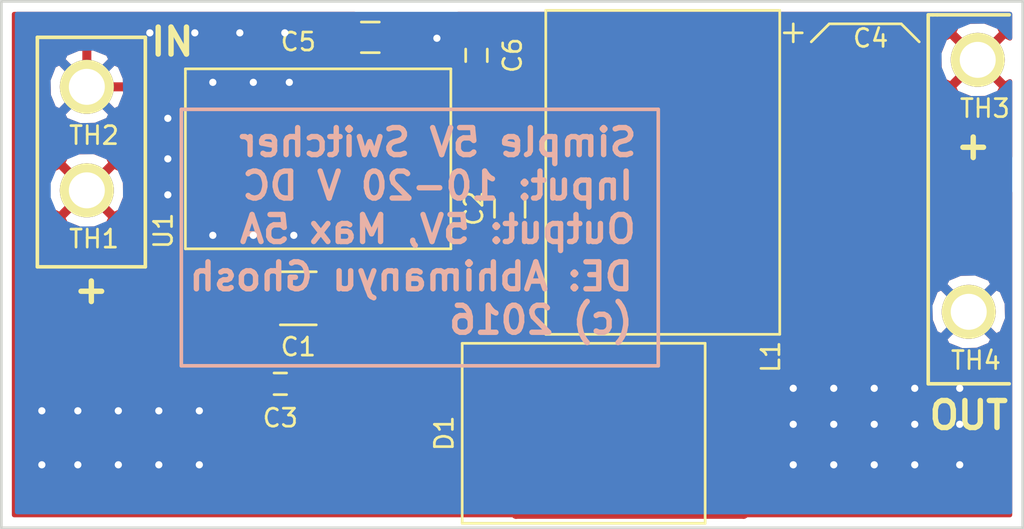
<source format=kicad_pcb>
(kicad_pcb (version 4) (host pcbnew 4.0.2-stable)

  (general
    (links 22)
    (no_connects 0)
    (area 89.924999 87.174999 146.825001 116.575001)
    (thickness 1.6)
    (drawings 25)
    (tracks 105)
    (zones 0)
    (modules 13)
    (nets 8)
  )

  (page A4)
  (layers
    (0 F.Cu signal)
    (31 B.Cu signal)
    (32 B.Adhes user)
    (33 F.Adhes user)
    (34 B.Paste user)
    (35 F.Paste user)
    (36 B.SilkS user)
    (37 F.SilkS user)
    (38 B.Mask user)
    (39 F.Mask user)
    (40 Dwgs.User user)
    (41 Cmts.User user)
    (42 Eco1.User user)
    (43 Eco2.User user)
    (44 Edge.Cuts user)
    (45 Margin user)
    (46 B.CrtYd user)
    (47 F.CrtYd user)
    (48 B.Fab user)
    (49 F.Fab user hide)
  )

  (setup
    (last_trace_width 0.5)
    (trace_clearance 0.16)
    (zone_clearance 0.508)
    (zone_45_only no)
    (trace_min 0.2)
    (segment_width 0.2)
    (edge_width 0.15)
    (via_size 0.6)
    (via_drill 0.4)
    (via_min_size 0.4)
    (via_min_drill 0.3)
    (uvia_size 0.3)
    (uvia_drill 0.1)
    (uvias_allowed no)
    (uvia_min_size 0.2)
    (uvia_min_drill 0.1)
    (pcb_text_width 0.3)
    (pcb_text_size 1.5 1.5)
    (mod_edge_width 0.15)
    (mod_text_size 1 1)
    (mod_text_width 0.15)
    (pad_size 1.524 1.524)
    (pad_drill 0.762)
    (pad_to_mask_clearance 0.2)
    (aux_axis_origin 0 0)
    (visible_elements FFFFFF7F)
    (pcbplotparams
      (layerselection 0x010f0_80000001)
      (usegerberextensions false)
      (excludeedgelayer true)
      (linewidth 0.100000)
      (plotframeref false)
      (viasonmask false)
      (mode 1)
      (useauxorigin false)
      (hpglpennumber 1)
      (hpglpenspeed 20)
      (hpglpendiameter 15)
      (hpglpenoverlay 2)
      (psnegative false)
      (psa4output false)
      (plotreference true)
      (plotvalue true)
      (plotinvisibletext false)
      (padsonsilk false)
      (subtractmaskfromsilk false)
      (outputformat 1)
      (mirror false)
      (drillshape 0)
      (scaleselection 1)
      (outputdirectory Outputs/Gerbers/))
  )

  (net 0 "")
  (net 1 /VIN)
  (net 2 Earth)
  (net 3 "Net-(C2-Pad1)")
  (net 4 /SW_OUT)
  (net 5 /5V_OUT)
  (net 6 "Net-(C5-Pad1)")
  (net 7 "Net-(U1-Pad5)")

  (net_class Default "This is the default net class."
    (clearance 0.16)
    (trace_width 0.5)
    (via_dia 0.6)
    (via_drill 0.4)
    (uvia_dia 0.3)
    (uvia_drill 0.1)
    (add_net Earth)
    (add_net "Net-(C2-Pad1)")
    (add_net "Net-(C5-Pad1)")
    (add_net "Net-(U1-Pad5)")
  )

  (net_class PWR_NET ""
    (clearance 0.16)
    (trace_width 0.7)
    (via_dia 0.6)
    (via_drill 0.4)
    (uvia_dia 0.3)
    (uvia_drill 0.1)
    (add_net /5V_OUT)
    (add_net /SW_OUT)
    (add_net /VIN)
  )

  (module PowerPackages:TI_TO-263 (layer F.Cu) (tedit 5705B0BB) (tstamp 5705DF0D)
    (at 113.225 96 90)
    (path /5705BDDD)
    (solder_mask_margin 0.06)
    (fp_text reference U1 (at -4 -14.225 90) (layer F.SilkS)
      (effects (font (size 1 1) (thickness 0.15)))
    )
    (fp_text value LM22679 (at -1.5 -14.25 90) (layer F.Fab)
      (effects (font (size 1 1) (thickness 0.15)))
    )
    (fp_line (start 5 1.75) (end -5 1.75) (layer F.SilkS) (width 0.15))
    (fp_line (start 5 -13) (end 5 1.75) (layer F.SilkS) (width 0.15))
    (fp_line (start 4.75 -13) (end 5 -13) (layer F.SilkS) (width 0.15))
    (fp_line (start -5 -13) (end 4.75 -13) (layer F.SilkS) (width 0.15))
    (fp_line (start -5 1.75) (end -5 -13) (layer F.SilkS) (width 0.15))
    (pad 1 smd rect (at -3.81 0 90) (size 0.91 2.41) (layers F.Cu F.Paste F.Mask)
      (net 4 /SW_OUT))
    (pad 2 smd rect (at -2.54 0 90) (size 0.91 2.41) (layers F.Cu F.Paste F.Mask)
      (net 1 /VIN))
    (pad 3 smd rect (at -1.27 0 90) (size 0.91 2.41) (layers F.Cu F.Paste F.Mask)
      (net 3 "Net-(C2-Pad1)"))
    (pad 4 smd rect (at 0 0 90) (size 0.91 2.41) (layers F.Cu F.Paste F.Mask)
      (net 2 Earth))
    (pad 5 smd rect (at 1.27 0 90) (size 0.91 2.41) (layers F.Cu F.Paste F.Mask)
      (net 7 "Net-(U1-Pad5)"))
    (pad 6 smd rect (at 2.54 0 90) (size 0.91 2.41) (layers F.Cu F.Paste F.Mask)
      (net 5 /5V_OUT))
    (pad 7 smd rect (at 3.81 0 90) (size 0.91 2.41) (layers F.Cu F.Paste F.Mask)
      (net 6 "Net-(C5-Pad1)"))
    (pad 8 smd rect (at 0 -9.225 90) (size 5.59 6.35) (layers F.Cu F.Paste F.Mask)
      (net 2 Earth))
  )

  (module Capacitors_SMD:C_1210_HandSoldering (layer F.Cu) (tedit 541A9C39) (tstamp 5705DEC9)
    (at 106.5 103.75 180)
    (descr "Capacitor SMD 1210, hand soldering")
    (tags "capacitor 1210")
    (path /57058D83)
    (attr smd)
    (fp_text reference C1 (at 0 -2.7 180) (layer F.SilkS)
      (effects (font (size 1 1) (thickness 0.15)))
    )
    (fp_text value "10 uF" (at 0 2.7 180) (layer F.Fab)
      (effects (font (size 1 1) (thickness 0.15)))
    )
    (fp_line (start -3.3 -1.6) (end 3.3 -1.6) (layer F.CrtYd) (width 0.05))
    (fp_line (start -3.3 1.6) (end 3.3 1.6) (layer F.CrtYd) (width 0.05))
    (fp_line (start -3.3 -1.6) (end -3.3 1.6) (layer F.CrtYd) (width 0.05))
    (fp_line (start 3.3 -1.6) (end 3.3 1.6) (layer F.CrtYd) (width 0.05))
    (fp_line (start 1 -1.475) (end -1 -1.475) (layer F.SilkS) (width 0.15))
    (fp_line (start -1 1.475) (end 1 1.475) (layer F.SilkS) (width 0.15))
    (pad 1 smd rect (at -2 0 180) (size 2 2.5) (layers F.Cu F.Paste F.Mask)
      (net 1 /VIN))
    (pad 2 smd rect (at 2 0 180) (size 2 2.5) (layers F.Cu F.Paste F.Mask)
      (net 2 Earth))
    (model Capacitors_SMD.3dshapes/C_1210_HandSoldering.wrl
      (at (xyz 0 0 0))
      (scale (xyz 1 1 1))
      (rotate (xyz 0 0 0))
    )
  )

  (module Capacitors_SMD:C_0805_HandSoldering (layer F.Cu) (tedit 541A9B8D) (tstamp 5705DECF)
    (at 118.25 98.75 270)
    (descr "Capacitor SMD 0805, hand soldering")
    (tags "capacitor 0805")
    (path /57058D60)
    (attr smd)
    (fp_text reference C2 (at 0 2 270) (layer F.SilkS)
      (effects (font (size 1 1) (thickness 0.15)))
    )
    (fp_text value "10 nF" (at 0 2.1 270) (layer F.Fab)
      (effects (font (size 1 1) (thickness 0.15)))
    )
    (fp_line (start -2.3 -1) (end 2.3 -1) (layer F.CrtYd) (width 0.05))
    (fp_line (start -2.3 1) (end 2.3 1) (layer F.CrtYd) (width 0.05))
    (fp_line (start -2.3 -1) (end -2.3 1) (layer F.CrtYd) (width 0.05))
    (fp_line (start 2.3 -1) (end 2.3 1) (layer F.CrtYd) (width 0.05))
    (fp_line (start 0.5 -0.85) (end -0.5 -0.85) (layer F.SilkS) (width 0.15))
    (fp_line (start -0.5 0.85) (end 0.5 0.85) (layer F.SilkS) (width 0.15))
    (pad 1 smd rect (at -1.25 0 270) (size 1.5 1.25) (layers F.Cu F.Paste F.Mask)
      (net 3 "Net-(C2-Pad1)"))
    (pad 2 smd rect (at 1.25 0 270) (size 1.5 1.25) (layers F.Cu F.Paste F.Mask)
      (net 4 /SW_OUT))
    (model Capacitors_SMD.3dshapes/C_0805_HandSoldering.wrl
      (at (xyz 0 0 0))
      (scale (xyz 1 1 1))
      (rotate (xyz 0 0 0))
    )
  )

  (module Capacitors_SMD:C_0603_HandSoldering (layer F.Cu) (tedit 541A9B4D) (tstamp 5705DED5)
    (at 105.5 108.5 180)
    (descr "Capacitor SMD 0603, hand soldering")
    (tags "capacitor 0603")
    (path /57058DA0)
    (attr smd)
    (fp_text reference C3 (at 0 -1.9 180) (layer F.SilkS)
      (effects (font (size 1 1) (thickness 0.15)))
    )
    (fp_text value "1 uF" (at 0 1.9 180) (layer F.Fab)
      (effects (font (size 1 1) (thickness 0.15)))
    )
    (fp_line (start -1.85 -0.75) (end 1.85 -0.75) (layer F.CrtYd) (width 0.05))
    (fp_line (start -1.85 0.75) (end 1.85 0.75) (layer F.CrtYd) (width 0.05))
    (fp_line (start -1.85 -0.75) (end -1.85 0.75) (layer F.CrtYd) (width 0.05))
    (fp_line (start 1.85 -0.75) (end 1.85 0.75) (layer F.CrtYd) (width 0.05))
    (fp_line (start -0.35 -0.6) (end 0.35 -0.6) (layer F.SilkS) (width 0.15))
    (fp_line (start 0.35 0.6) (end -0.35 0.6) (layer F.SilkS) (width 0.15))
    (pad 1 smd rect (at -0.95 0 180) (size 1.2 0.75) (layers F.Cu F.Paste F.Mask)
      (net 1 /VIN))
    (pad 2 smd rect (at 0.95 0 180) (size 1.2 0.75) (layers F.Cu F.Paste F.Mask)
      (net 2 Earth))
    (model Capacitors_SMD.3dshapes/C_0603_HandSoldering.wrl
      (at (xyz 0 0 0))
      (scale (xyz 1 1 1))
      (rotate (xyz 0 0 0))
    )
  )

  (module Capacitors_SMD:C_0805_HandSoldering (layer F.Cu) (tedit 541A9B8D) (tstamp 5705DEE1)
    (at 110.5 89.25 180)
    (descr "Capacitor SMD 0805, hand soldering")
    (tags "capacitor 0805")
    (path /57058D01)
    (attr smd)
    (fp_text reference C5 (at 4 -0.25 180) (layer F.SilkS)
      (effects (font (size 1 1) (thickness 0.15)))
    )
    (fp_text value "0.27 uF" (at 0 2.1 180) (layer F.Fab)
      (effects (font (size 1 1) (thickness 0.15)))
    )
    (fp_line (start -2.3 -1) (end 2.3 -1) (layer F.CrtYd) (width 0.05))
    (fp_line (start -2.3 1) (end 2.3 1) (layer F.CrtYd) (width 0.05))
    (fp_line (start -2.3 -1) (end -2.3 1) (layer F.CrtYd) (width 0.05))
    (fp_line (start 2.3 -1) (end 2.3 1) (layer F.CrtYd) (width 0.05))
    (fp_line (start 0.5 -0.85) (end -0.5 -0.85) (layer F.SilkS) (width 0.15))
    (fp_line (start -0.5 0.85) (end 0.5 0.85) (layer F.SilkS) (width 0.15))
    (pad 1 smd rect (at -1.25 0 180) (size 1.5 1.25) (layers F.Cu F.Paste F.Mask)
      (net 6 "Net-(C5-Pad1)"))
    (pad 2 smd rect (at 1.25 0 180) (size 1.5 1.25) (layers F.Cu F.Paste F.Mask)
      (net 2 Earth))
    (model Capacitors_SMD.3dshapes/C_0805_HandSoldering.wrl
      (at (xyz 0 0 0))
      (scale (xyz 1 1 1))
      (rotate (xyz 0 0 0))
    )
  )

  (module PowerPackages:DPAK_TO252AA_CUSTOM (layer F.Cu) (tedit 5705DE83) (tstamp 5705DEEC)
    (at 117.605 111.25 270)
    (path /5705A072)
    (fp_text reference D1 (at 0 3 270) (layer F.SilkS)
      (effects (font (size 1 1) (thickness 0.15)))
    )
    (fp_text value ZENER (at 0 -13 270) (layer F.Fab)
      (effects (font (size 1 1) (thickness 0.15)))
    )
    (fp_line (start 5 2) (end -5 2) (layer F.SilkS) (width 0.15))
    (fp_line (start 5 -11.5) (end 5 2) (layer F.SilkS) (width 0.15))
    (fp_line (start -5 -11.5) (end 5 -11.5) (layer F.SilkS) (width 0.15))
    (fp_line (start -5 2) (end -5 -11.5) (layer F.SilkS) (width 0.15))
    (pad 2 smd rect (at -2.25 0 270) (size 1.524 2.28) (layers F.Cu F.Paste F.Mask)
      (net 2 Earth))
    (pad 2 smd rect (at 2.25 0 270) (size 1.524 2.28) (layers F.Cu F.Paste F.Mask)
      (net 2 Earth))
    (pad 1 smd rect (at 0 -7.145 270) (size 6.75 6.23) (layers F.Cu F.Paste F.Mask)
      (net 4 /SW_OUT))
  )

  (module PowerPackages:SRR1208 (layer F.Cu) (tedit 5705D5BF) (tstamp 5705DEF2)
    (at 126.75 96.75 90)
    (path /57059DF9)
    (fp_text reference L1 (at -10.25 6 90) (layer F.SilkS)
      (effects (font (size 1 1) (thickness 0.15)))
    )
    (fp_text value "6.5 uH, 18 mOhm" (at -0.5 -7.5 90) (layer F.Fab)
      (effects (font (size 1 1) (thickness 0.15)))
    )
    (fp_line (start 9 6.5) (end -9 6.5) (layer F.SilkS) (width 0.15))
    (fp_line (start 9 -6.5) (end 9 6.5) (layer F.SilkS) (width 0.15))
    (fp_line (start -9 -6.5) (end 9 -6.5) (layer F.SilkS) (width 0.15))
    (fp_line (start -9 6.5) (end -9 -6.5) (layer F.SilkS) (width 0.15))
    (pad 1 smd rect (at -5 0 90) (size 4 7) (layers F.Cu F.Paste F.Mask)
      (net 4 /SW_OUT))
    (pad 2 smd rect (at 5 0 90) (size 4 7) (layers F.Cu F.Paste F.Mask)
      (net 5 /5V_OUT))
  )

  (module mechanical:PTH (layer F.Cu) (tedit 56EE421B) (tstamp 5705DEF7)
    (at 94.75 97.75)
    (path /5705C007)
    (fp_text reference TH1 (at 0.4 2.7) (layer F.SilkS)
      (effects (font (size 1 1) (thickness 0.15)))
    )
    (fp_text value PTH (at 0 -2.5) (layer F.Fab)
      (effects (font (size 1 1) (thickness 0.15)))
    )
    (pad 1 thru_hole circle (at 0 0) (size 3 3) (drill 2) (layers *.Cu *.Mask F.SilkS)
      (net 1 /VIN))
  )

  (module mechanical:PTH (layer F.Cu) (tedit 56EE421B) (tstamp 5705DEFC)
    (at 94.75 92)
    (path /5705C0CE)
    (fp_text reference TH2 (at 0.4 2.7) (layer F.SilkS)
      (effects (font (size 1 1) (thickness 0.15)))
    )
    (fp_text value PTH (at 0 -2.5) (layer F.Fab)
      (effects (font (size 1 1) (thickness 0.15)))
    )
    (pad 1 thru_hole circle (at 0 0) (size 3 3) (drill 2) (layers *.Cu *.Mask F.SilkS)
      (net 2 Earth))
  )

  (module mechanical:PTH (layer F.Cu) (tedit 56EE421B) (tstamp 5705DF01)
    (at 144.25 90.5)
    (path /5705C119)
    (fp_text reference TH3 (at 0.4 2.7) (layer F.SilkS)
      (effects (font (size 1 1) (thickness 0.15)))
    )
    (fp_text value PTH (at 0 -2.5) (layer F.Fab)
      (effects (font (size 1 1) (thickness 0.15)))
    )
    (pad 1 thru_hole circle (at 0 0) (size 3 3) (drill 2) (layers *.Cu *.Mask F.SilkS)
      (net 5 /5V_OUT))
  )

  (module mechanical:PTH (layer F.Cu) (tedit 56EE421B) (tstamp 5719E513)
    (at 143.75 104.5)
    (path /5719E502)
    (fp_text reference TH4 (at 0.4 2.7) (layer F.SilkS)
      (effects (font (size 1 1) (thickness 0.15)))
    )
    (fp_text value PTH (at 0 -2.5) (layer F.Fab)
      (effects (font (size 1 1) (thickness 0.15)))
    )
    (pad 1 thru_hole circle (at 0 0) (size 3 3) (drill 2) (layers *.Cu *.Mask F.SilkS)
      (net 2 Earth))
  )

  (module capacitors:Radial_SMD_8mm (layer F.Cu) (tedit 56EE6160) (tstamp 5705DEDB)
    (at 138 96.5 180)
    (path /57058DD5)
    (fp_text reference C4 (at -0.3 7.2 180) (layer F.SilkS)
      (effects (font (size 1 1) (thickness 0.15)))
    )
    (fp_text value "120 uF" (at -1 -7 180) (layer F.Fab)
      (effects (font (size 1 1) (thickness 0.15)))
    )
    (fp_line (start 3.5 7.5) (end 4.5 7.5) (layer F.SilkS) (width 0.15))
    (fp_line (start 4 7) (end 4 8) (layer F.SilkS) (width 0.15))
    (fp_line (start 2 8) (end 3 7) (layer F.SilkS) (width 0.15))
    (fp_line (start -2 8) (end -3 7) (layer F.SilkS) (width 0.15))
    (fp_line (start -2 8) (end 2 8) (layer F.SilkS) (width 0.15))
    (pad 1 smd rect (at 0 3.475 180) (size 1.9 4.15) (layers F.Cu F.Paste F.Mask)
      (net 5 /5V_OUT))
    (pad 2 smd rect (at 0 -3.475 180) (size 1.9 4.15) (layers F.Cu F.Paste F.Mask)
      (net 2 Earth))
  )

  (module Capacitors_SMD:C_0603_HandSoldering (layer F.Cu) (tedit 541A9B4D) (tstamp 572818BB)
    (at 116.4 90.25 90)
    (descr "Capacitor SMD 0603, hand soldering")
    (tags "capacitor 0603")
    (path /5728197B)
    (attr smd)
    (fp_text reference C6 (at 0 2 90) (layer F.SilkS)
      (effects (font (size 1 1) (thickness 0.15)))
    )
    (fp_text value "1 uF" (at 0 1.9 90) (layer F.Fab)
      (effects (font (size 1 1) (thickness 0.15)))
    )
    (fp_line (start -1.85 -0.75) (end 1.85 -0.75) (layer F.CrtYd) (width 0.05))
    (fp_line (start -1.85 0.75) (end 1.85 0.75) (layer F.CrtYd) (width 0.05))
    (fp_line (start -1.85 -0.75) (end -1.85 0.75) (layer F.CrtYd) (width 0.05))
    (fp_line (start 1.85 -0.75) (end 1.85 0.75) (layer F.CrtYd) (width 0.05))
    (fp_line (start -0.35 -0.6) (end 0.35 -0.6) (layer F.SilkS) (width 0.15))
    (fp_line (start 0.35 0.6) (end -0.35 0.6) (layer F.SilkS) (width 0.15))
    (pad 1 smd rect (at -0.95 0 90) (size 1.2 0.75) (layers F.Cu F.Paste F.Mask)
      (net 5 /5V_OUT))
    (pad 2 smd rect (at 0.95 0 90) (size 1.2 0.75) (layers F.Cu F.Paste F.Mask)
      (net 2 Earth))
    (model Capacitors_SMD.3dshapes/C_0603_HandSoldering.wrl
      (at (xyz 0 0 0))
      (scale (xyz 1 1 1))
      (rotate (xyz 0 0 0))
    )
  )

  (gr_text OUT (at 143.75 110.25) (layer F.SilkS)
    (effects (font (size 1.5 1.5) (thickness 0.3)))
  )
  (gr_text + (at 144 95.25) (layer F.SilkS)
    (effects (font (size 1.5 1.5) (thickness 0.3)))
  )
  (gr_line (start 141.5 108.5) (end 146 108.5) (layer F.SilkS) (width 0.2))
  (gr_line (start 141.5 88) (end 141.5 108.5) (layer F.SilkS) (width 0.2))
  (gr_line (start 141.75 88) (end 141.5 88) (layer F.SilkS) (width 0.2))
  (gr_line (start 142 88) (end 141.75 88) (layer F.SilkS) (width 0.2))
  (gr_line (start 146 88) (end 142 88) (layer F.SilkS) (width 0.2))
  (gr_text IN (at 99.5 89.5) (layer F.SilkS)
    (effects (font (size 1.5 1.5) (thickness 0.3)))
  )
  (gr_text + (at 95 103.25) (layer F.SilkS)
    (effects (font (size 1.5 1.5) (thickness 0.3)))
  )
  (gr_line (start 92 102) (end 92 89.25) (layer F.SilkS) (width 0.2))
  (gr_line (start 98 102) (end 92 102) (layer F.SilkS) (width 0.2))
  (gr_line (start 98 89.25) (end 98 102) (layer F.SilkS) (width 0.2))
  (gr_line (start 92 89.25) (end 98 89.25) (layer F.SilkS) (width 0.2))
  (gr_line (start 100 93.25) (end 100.25 93.25) (layer B.SilkS) (width 0.2))
  (gr_line (start 100 107.5) (end 100 93.25) (layer B.SilkS) (width 0.2))
  (gr_line (start 126.5 107.5) (end 100 107.5) (layer B.SilkS) (width 0.2))
  (gr_line (start 126.5 93.25) (end 126.5 107.5) (layer B.SilkS) (width 0.2))
  (gr_line (start 100.25 93.25) (end 126.5 93.25) (layer B.SilkS) (width 0.2))
  (gr_text "DE: Abhimanyu Ghosh\n(c) 2016" (at 125.25 103.75) (layer B.SilkS)
    (effects (font (size 1.5 1.5) (thickness 0.3)) (justify left mirror))
  )
  (gr_text "Simple 5V Switcher\nInput: 10-20 V DC\nOutput: 5V, Max 5A\n" (at 114.25 97.5) (layer B.SilkS)
    (effects (font (size 1.5 1.5) (thickness 0.3)) (justify mirror))
  )
  (gr_circle (center 116.75 85) (end 117.25 82) (layer F.Fab) (width 0.2))
  (gr_line (start 146.75 116.5) (end 146.75 87.25) (layer Edge.Cuts) (width 0.15))
  (gr_line (start 90 116.5) (end 146.75 116.5) (layer Edge.Cuts) (width 0.15))
  (gr_line (start 90 87.25) (end 146.75 87.25) (layer Edge.Cuts) (width 0.15))
  (gr_line (start 90 116.5) (end 90 87.25) (layer Edge.Cuts) (width 0.15))

  (via (at 114.2 89.3) (size 0.6) (drill 0.4) (layers F.Cu B.Cu) (net 2))
  (segment (start 116.4 89.3) (end 114.2 89.3) (width 0.5) (layer F.Cu) (net 2))
  (via (at 105.75 89) (size 0.6) (drill 0.4) (layers F.Cu B.Cu) (net 2))
  (segment (start 103.25 89) (end 105.75 89) (width 0.5) (layer B.Cu) (net 2))
  (segment (start 102.950001 88.700001) (end 103.25 89) (width 0.5) (layer F.Cu) (net 2))
  (via (at 103.25 89) (size 0.6) (drill 0.4) (layers F.Cu B.Cu) (net 2))
  (segment (start 100.75 89) (end 101.049999 88.700001) (width 0.5) (layer F.Cu) (net 2))
  (segment (start 101.049999 88.700001) (end 102.950001 88.700001) (width 0.5) (layer F.Cu) (net 2))
  (segment (start 100.450001 88.700001) (end 100.75 89) (width 0.5) (layer F.Cu) (net 2))
  (via (at 100.75 89) (size 0.6) (drill 0.4) (layers F.Cu B.Cu) (net 2))
  (segment (start 98.25 89) (end 98.549999 88.700001) (width 0.5) (layer F.Cu) (net 2))
  (segment (start 98.549999 88.700001) (end 100.450001 88.700001) (width 0.5) (layer F.Cu) (net 2))
  (segment (start 98.25 90.62132) (end 98.25 89) (width 0.5) (layer F.Cu) (net 2))
  (via (at 98.25 89) (size 0.6) (drill 0.4) (layers F.Cu B.Cu) (net 2))
  (segment (start 94.75 92) (end 96.87132 92) (width 0.5) (layer F.Cu) (net 2))
  (segment (start 96.87132 92) (end 98.25 90.62132) (width 0.5) (layer F.Cu) (net 2))
  (via (at 99.25 93.75) (size 0.6) (drill 0.4) (layers F.Cu B.Cu) (net 2))
  (segment (start 99.25 96) (end 99.25 93.75) (width 0.5) (layer F.Cu) (net 2))
  (segment (start 98.950001 97.700001) (end 99.25 98) (width 0.5) (layer F.Cu) (net 2))
  (via (at 99.25 98) (size 0.6) (drill 0.4) (layers F.Cu B.Cu) (net 2))
  (segment (start 99.25 96) (end 98.950001 96.299999) (width 0.5) (layer F.Cu) (net 2))
  (segment (start 98.950001 96.299999) (end 98.950001 97.700001) (width 0.5) (layer F.Cu) (net 2))
  (via (at 99.25 96) (size 0.6) (drill 0.4) (layers F.Cu B.Cu) (net 2))
  (segment (start 104 96) (end 99.25 96) (width 0.5) (layer F.Cu) (net 2))
  (via (at 106.25 100.25) (size 0.6) (drill 0.4) (layers F.Cu B.Cu) (net 2))
  (segment (start 104 100.25) (end 106.25 100.25) (width 0.5) (layer F.Cu) (net 2))
  (segment (start 103.575736 100.25) (end 101.75 100.25) (width 0.5) (layer F.Cu) (net 2))
  (via (at 101.75 100.25) (size 0.6) (drill 0.4) (layers F.Cu B.Cu) (net 2))
  (segment (start 104 100.25) (end 103.575736 100.25) (width 0.5) (layer F.Cu) (net 2))
  (via (at 104 100.25) (size 0.6) (drill 0.4) (layers F.Cu B.Cu) (net 2))
  (segment (start 104 96) (end 104 100.25) (width 0.5) (layer F.Cu) (net 2))
  (via (at 106 91.75) (size 0.6) (drill 0.4) (layers F.Cu B.Cu) (net 2))
  (segment (start 104 91.75) (end 106 91.75) (width 0.5) (layer F.Cu) (net 2))
  (segment (start 103.575736 91.75) (end 101.75 91.75) (width 0.5) (layer F.Cu) (net 2))
  (via (at 101.75 91.75) (size 0.6) (drill 0.4) (layers F.Cu B.Cu) (net 2))
  (segment (start 104 91.75) (end 103.575736 91.75) (width 0.5) (layer F.Cu) (net 2))
  (segment (start 104 92.705) (end 104 91.75) (width 0.5) (layer F.Cu) (net 2))
  (via (at 104 91.75) (size 0.6) (drill 0.4) (layers F.Cu B.Cu) (net 2))
  (segment (start 104 96) (end 104 92.705) (width 0.5) (layer F.Cu) (net 2))
  (segment (start 140.75 108.75) (end 143.25 108.75) (width 0.5) (layer F.Cu) (net 2))
  (via (at 143.25 108.75) (size 0.6) (drill 0.4) (layers F.Cu B.Cu) (net 2))
  (segment (start 138.5 108.75) (end 140.75 108.75) (width 0.5) (layer B.Cu) (net 2))
  (via (at 140.75 108.75) (size 0.6) (drill 0.4) (layers F.Cu B.Cu) (net 2))
  (segment (start 136.25 108.75) (end 138.5 108.75) (width 0.5) (layer F.Cu) (net 2))
  (via (at 138.5 108.75) (size 0.6) (drill 0.4) (layers F.Cu B.Cu) (net 2))
  (segment (start 134 108.75) (end 136.25 108.75) (width 0.5) (layer B.Cu) (net 2))
  (via (at 136.25 108.75) (size 0.6) (drill 0.4) (layers F.Cu B.Cu) (net 2))
  (segment (start 134 110.75) (end 134 108.75) (width 0.5) (layer F.Cu) (net 2))
  (via (at 134 108.75) (size 0.6) (drill 0.4) (layers F.Cu B.Cu) (net 2))
  (segment (start 136.25 110.75) (end 134 110.75) (width 0.5) (layer B.Cu) (net 2))
  (via (at 134 110.75) (size 0.6) (drill 0.4) (layers F.Cu B.Cu) (net 2))
  (segment (start 138.5 110.75) (end 136.25 110.75) (width 0.5) (layer F.Cu) (net 2))
  (via (at 136.25 110.75) (size 0.6) (drill 0.4) (layers F.Cu B.Cu) (net 2))
  (segment (start 140.75 110.75) (end 138.5 110.75) (width 0.5) (layer B.Cu) (net 2))
  (via (at 138.5 110.75) (size 0.6) (drill 0.4) (layers F.Cu B.Cu) (net 2))
  (segment (start 143.25 110.75) (end 140.75 110.75) (width 0.5) (layer F.Cu) (net 2))
  (via (at 140.75 110.75) (size 0.6) (drill 0.4) (layers F.Cu B.Cu) (net 2))
  (segment (start 143.25 113) (end 143.25 110.75) (width 0.5) (layer B.Cu) (net 2))
  (via (at 143.25 110.75) (size 0.6) (drill 0.4) (layers F.Cu B.Cu) (net 2))
  (segment (start 140.75 113) (end 143.25 113) (width 0.5) (layer F.Cu) (net 2))
  (via (at 143.25 113) (size 0.6) (drill 0.4) (layers F.Cu B.Cu) (net 2))
  (segment (start 138.5 113) (end 140.75 113) (width 0.5) (layer B.Cu) (net 2))
  (via (at 140.75 113) (size 0.6) (drill 0.4) (layers F.Cu B.Cu) (net 2))
  (segment (start 136.25 113) (end 138.5 113) (width 0.5) (layer F.Cu) (net 2))
  (via (at 138.5 113) (size 0.6) (drill 0.4) (layers F.Cu B.Cu) (net 2))
  (segment (start 134 113) (end 136.25 113) (width 0.5) (layer B.Cu) (net 2))
  (via (at 136.25 113) (size 0.6) (drill 0.4) (layers F.Cu B.Cu) (net 2))
  (segment (start 131.25 115.75) (end 134 113) (width 0.5) (layer F.Cu) (net 2))
  (via (at 134 113) (size 0.6) (drill 0.4) (layers F.Cu B.Cu) (net 2))
  (segment (start 118.593 115.75) (end 131.25 115.75) (width 0.5) (layer F.Cu) (net 2))
  (segment (start 117.605 113.5) (end 117.605 114.762) (width 0.5) (layer F.Cu) (net 2))
  (segment (start 117.605 114.762) (end 118.593 115.75) (width 0.5) (layer F.Cu) (net 2))
  (segment (start 94.25 113) (end 92.25 113) (width 0.5) (layer B.Cu) (net 2))
  (via (at 92.25 113) (size 0.6) (drill 0.4) (layers F.Cu B.Cu) (net 2))
  (segment (start 96.5 113) (end 94.25 113) (width 0.5) (layer F.Cu) (net 2))
  (via (at 94.25 113) (size 0.6) (drill 0.4) (layers F.Cu B.Cu) (net 2))
  (segment (start 98.75 113) (end 96.5 113) (width 0.5) (layer B.Cu) (net 2))
  (via (at 96.5 113) (size 0.6) (drill 0.4) (layers F.Cu B.Cu) (net 2))
  (segment (start 101 113) (end 98.75 113) (width 0.5) (layer F.Cu) (net 2))
  (via (at 98.75 113) (size 0.6) (drill 0.4) (layers F.Cu B.Cu) (net 2))
  (segment (start 101 110) (end 101 113) (width 0.5) (layer B.Cu) (net 2))
  (via (at 101 113) (size 0.6) (drill 0.4) (layers F.Cu B.Cu) (net 2))
  (segment (start 98.75 110) (end 101 110) (width 0.5) (layer F.Cu) (net 2))
  (via (at 101 110) (size 0.6) (drill 0.4) (layers F.Cu B.Cu) (net 2))
  (segment (start 96.5 110) (end 98.75 110) (width 0.5) (layer B.Cu) (net 2))
  (via (at 98.75 110) (size 0.6) (drill 0.4) (layers F.Cu B.Cu) (net 2))
  (segment (start 94.25 110) (end 96.5 110) (width 0.5) (layer F.Cu) (net 2))
  (via (at 96.5 110) (size 0.6) (drill 0.4) (layers F.Cu B.Cu) (net 2))
  (segment (start 92.25 110) (end 94.25 110) (width 0.5) (layer B.Cu) (net 2))
  (via (at 94.25 110) (size 0.6) (drill 0.4) (layers F.Cu B.Cu) (net 2))
  (segment (start 93.75 108.5) (end 92.25 110) (width 0.5) (layer F.Cu) (net 2))
  (via (at 92.25 110) (size 0.6) (drill 0.4) (layers F.Cu B.Cu) (net 2))
  (segment (start 104.55 108.5) (end 93.75 108.5) (width 0.5) (layer F.Cu) (net 2))
  (segment (start 95.25 89) (end 96.75 89) (width 0.5) (layer F.Cu) (net 2))
  (segment (start 94.75 89.5) (end 95.25 89) (width 0.5) (layer F.Cu) (net 2))
  (segment (start 94.75 89.87868) (end 94.75 89.5) (width 0.5) (layer F.Cu) (net 2))
  (segment (start 94.75 92) (end 94.75 89.87868) (width 0.5) (layer F.Cu) (net 2))
  (segment (start 113.225 97.27) (end 118.02 97.27) (width 0.7) (layer F.Cu) (net 3))
  (segment (start 118.02 97.27) (end 118.25 97.5) (width 0.5) (layer F.Cu) (net 3))
  (segment (start 112.74 90.75) (end 112.125 90.75) (width 0.5) (layer F.Cu) (net 6))
  (segment (start 112.125 90.75) (end 111.75 90.375) (width 0.5) (layer F.Cu) (net 6))
  (segment (start 111.75 90.375) (end 111.75 89.25) (width 0.5) (layer F.Cu) (net 6))
  (segment (start 113.225 92.19) (end 113.225 91.235) (width 0.5) (layer F.Cu) (net 6))
  (segment (start 113.225 91.235) (end 112.74 90.75) (width 0.5) (layer F.Cu) (net 6))
  (segment (start 113.25 92.165) (end 113.225 92.19) (width 0.5) (layer F.Cu) (net 6))

  (zone (net 2) (net_name Earth) (layer B.Cu) (tstamp 0) (hatch edge 0.508)
    (connect_pads (clearance 0.508))
    (min_thickness 0.254)
    (fill yes (arc_segments 16) (thermal_gap 0.508) (thermal_bridge_width 0.508))
    (polygon
      (pts
        (xy 90.75 87.5) (xy 146.25 87.5) (xy 146.25 115.75) (xy 90.75 115.75)
      )
    )
    (filled_polygon
      (pts
        (xy 146.04 89.271143) (xy 145.460959 88.691091) (xy 144.676541 88.365372) (xy 143.827185 88.36463) (xy 143.0422 88.68898)
        (xy 142.441091 89.289041) (xy 142.115372 90.073459) (xy 142.11463 90.922815) (xy 142.43898 91.7078) (xy 143.039041 92.308909)
        (xy 143.823459 92.634628) (xy 144.672815 92.63537) (xy 145.4578 92.31102) (xy 146.04 91.729835) (xy 146.04 115.623)
        (xy 90.877 115.623) (xy 90.877 106.01397) (xy 142.415635 106.01397) (xy 142.575418 106.332739) (xy 143.366187 106.642723)
        (xy 144.215387 106.626497) (xy 144.924582 106.332739) (xy 145.084365 106.01397) (xy 143.75 104.679605) (xy 142.415635 106.01397)
        (xy 90.877 106.01397) (xy 90.877 104.116187) (xy 141.607277 104.116187) (xy 141.623503 104.965387) (xy 141.917261 105.674582)
        (xy 142.23603 105.834365) (xy 143.570395 104.5) (xy 143.929605 104.5) (xy 145.26397 105.834365) (xy 145.582739 105.674582)
        (xy 145.892723 104.883813) (xy 145.876497 104.034613) (xy 145.582739 103.325418) (xy 145.26397 103.165635) (xy 143.929605 104.5)
        (xy 143.570395 104.5) (xy 142.23603 103.165635) (xy 141.917261 103.325418) (xy 141.607277 104.116187) (xy 90.877 104.116187)
        (xy 90.877 102.98603) (xy 142.415635 102.98603) (xy 143.75 104.320395) (xy 145.084365 102.98603) (xy 144.924582 102.667261)
        (xy 144.133813 102.357277) (xy 143.284613 102.373503) (xy 142.575418 102.667261) (xy 142.415635 102.98603) (xy 90.877 102.98603)
        (xy 90.877 98.172815) (xy 92.61463 98.172815) (xy 92.93898 98.9578) (xy 93.539041 99.558909) (xy 94.323459 99.884628)
        (xy 95.172815 99.88537) (xy 95.9578 99.56102) (xy 96.558909 98.960959) (xy 96.884628 98.176541) (xy 96.88537 97.327185)
        (xy 96.56102 96.5422) (xy 95.960959 95.941091) (xy 95.176541 95.615372) (xy 94.327185 95.61463) (xy 93.5422 95.93898)
        (xy 92.941091 96.539041) (xy 92.615372 97.323459) (xy 92.61463 98.172815) (xy 90.877 98.172815) (xy 90.877 93.51397)
        (xy 93.415635 93.51397) (xy 93.575418 93.832739) (xy 94.366187 94.142723) (xy 95.215387 94.126497) (xy 95.924582 93.832739)
        (xy 96.084365 93.51397) (xy 94.75 92.179605) (xy 93.415635 93.51397) (xy 90.877 93.51397) (xy 90.877 91.616187)
        (xy 92.607277 91.616187) (xy 92.623503 92.465387) (xy 92.917261 93.174582) (xy 93.23603 93.334365) (xy 94.570395 92)
        (xy 94.929605 92) (xy 96.26397 93.334365) (xy 96.582739 93.174582) (xy 96.892723 92.383813) (xy 96.876497 91.534613)
        (xy 96.582739 90.825418) (xy 96.26397 90.665635) (xy 94.929605 92) (xy 94.570395 92) (xy 93.23603 90.665635)
        (xy 92.917261 90.825418) (xy 92.607277 91.616187) (xy 90.877 91.616187) (xy 90.877 90.48603) (xy 93.415635 90.48603)
        (xy 94.75 91.820395) (xy 96.084365 90.48603) (xy 95.924582 90.167261) (xy 95.133813 89.857277) (xy 94.284613 89.873503)
        (xy 93.575418 90.167261) (xy 93.415635 90.48603) (xy 90.877 90.48603) (xy 90.877 87.96) (xy 146.04 87.96)
      )
    )
  )
  (zone (net 1) (net_name /VIN) (layer F.Cu) (tstamp 0) (hatch edge 0.508)
    (connect_pads (clearance 0.508))
    (min_thickness 0.254)
    (fill yes (arc_segments 16) (thermal_gap 0.508) (thermal_bridge_width 0.508))
    (polygon
      (pts
        (xy 92.75 95.25) (xy 97.5 95.25) (xy 97.5 100) (xy 97.5 101) (xy 97.5 105.5)
        (xy 107 105.5) (xy 107 102) (xy 110.25 102) (xy 110.25 98) (xy 111.75 98)
        (xy 111.75 98.25) (xy 114.75 98.25) (xy 114.75 98.75) (xy 111.75 98.75) (xy 111.75 99)
        (xy 111.25 99) (xy 111.25 109) (xy 106 109) (xy 106 107) (xy 93.25 107)
        (xy 92.75 107) (xy 92.75 95.5)
      )
    )
    (filled_polygon
      (pts
        (xy 97.373 105.5) (xy 97.383006 105.54941) (xy 97.411447 105.591035) (xy 97.453841 105.618315) (xy 97.5 105.627)
        (xy 103.399064 105.627) (xy 103.5 105.64744) (xy 105.5 105.64744) (xy 105.608629 105.627) (xy 107 105.627)
        (xy 107.04941 105.616994) (xy 107.091035 105.588553) (xy 107.118315 105.546159) (xy 107.123037 105.521062) (xy 107.140302 105.538327)
        (xy 107.373691 105.635) (xy 108.21425 105.635) (xy 108.373 105.47625) (xy 108.373 103.877) (xy 108.627 103.877)
        (xy 108.627 105.47625) (xy 108.78575 105.635) (xy 109.626309 105.635) (xy 109.859698 105.538327) (xy 110.038327 105.359699)
        (xy 110.135 105.12631) (xy 110.135 104.03575) (xy 109.97625 103.877) (xy 108.627 103.877) (xy 108.373 103.877)
        (xy 108.353 103.877) (xy 108.353 103.623) (xy 108.373 103.623) (xy 108.373 103.603) (xy 108.627 103.603)
        (xy 108.627 103.623) (xy 109.97625 103.623) (xy 110.135 103.46425) (xy 110.135 102.37369) (xy 110.038327 102.140301)
        (xy 110.025026 102.127) (xy 110.25 102.127) (xy 110.29941 102.116994) (xy 110.341035 102.088553) (xy 110.368315 102.046159)
        (xy 110.377 102) (xy 110.377 98.127) (xy 111.385 98.127) (xy 111.385 98.25425) (xy 111.54375 98.413)
        (xy 113.098 98.413) (xy 113.098 98.393) (xy 113.352 98.393) (xy 113.352 98.413) (xy 113.372 98.413)
        (xy 113.372 98.623) (xy 111.75 98.623) (xy 111.70059 98.633006) (xy 111.658965 98.661447) (xy 111.655392 98.667)
        (xy 111.54375 98.667) (xy 111.385 98.82575) (xy 111.385 98.873) (xy 111.25 98.873) (xy 111.20059 98.883006)
        (xy 111.158965 98.911447) (xy 111.131685 98.953841) (xy 111.123 99) (xy 111.123 108.873) (xy 107.685 108.873)
        (xy 107.685 108.78575) (xy 107.52625 108.627) (xy 106.577 108.627) (xy 106.577 108.647) (xy 106.323 108.647)
        (xy 106.323 108.627) (xy 106.303 108.627) (xy 106.303 108.373) (xy 106.323 108.373) (xy 106.323 107.64875)
        (xy 106.577 107.64875) (xy 106.577 108.373) (xy 107.52625 108.373) (xy 107.685 108.21425) (xy 107.685 107.99869)
        (xy 107.588327 107.765301) (xy 107.409698 107.586673) (xy 107.176309 107.49) (xy 106.73575 107.49) (xy 106.577 107.64875)
        (xy 106.323 107.64875) (xy 106.16425 107.49) (xy 106.127 107.49) (xy 106.127 107) (xy 106.116994 106.95059)
        (xy 106.088553 106.908965) (xy 106.046159 106.881685) (xy 106 106.873) (xy 92.877 106.873) (xy 92.877 99.26397)
        (xy 93.415635 99.26397) (xy 93.575418 99.582739) (xy 94.366187 99.892723) (xy 95.215387 99.876497) (xy 95.924582 99.582739)
        (xy 96.084365 99.26397) (xy 94.75 97.929605) (xy 93.415635 99.26397) (xy 92.877 99.26397) (xy 92.877 98.827383)
        (xy 92.917261 98.924582) (xy 93.23603 99.084365) (xy 94.570395 97.75) (xy 94.929605 97.75) (xy 96.26397 99.084365)
        (xy 96.582739 98.924582) (xy 96.892723 98.133813) (xy 96.876497 97.284613) (xy 96.582739 96.575418) (xy 96.26397 96.415635)
        (xy 94.929605 97.75) (xy 94.570395 97.75) (xy 93.23603 96.415635) (xy 92.917261 96.575418) (xy 92.877 96.678124)
        (xy 92.877 96.23603) (xy 93.415635 96.23603) (xy 94.75 97.570395) (xy 96.084365 96.23603) (xy 95.924582 95.917261)
        (xy 95.133813 95.607277) (xy 94.284613 95.623503) (xy 93.575418 95.917261) (xy 93.415635 96.23603) (xy 92.877 96.23603)
        (xy 92.877 95.377) (xy 97.373 95.377)
      )
    )
  )
  (zone (net 2) (net_name Earth) (layer F.Cu) (tstamp 0) (hatch edge 0.508)
    (connect_pads (clearance 0.508))
    (min_thickness 0.254)
    (fill yes (arc_segments 16) (thermal_gap 0.508) (thermal_bridge_width 0.508))
    (polygon
      (pts
        (xy 90.25 87.5) (xy 109.75 87.5) (xy 109.75 90.75) (xy 110.5 91.75) (xy 110.5 95.5)
        (xy 113.5 95.5) (xy 113.5 96.5) (xy 110.5 96.5) (xy 110.5 97) (xy 109.5 97)
        (xy 109.5 101.25) (xy 105.5 101.25) (xy 105.5 104.5) (xy 103 104.5) (xy 98.25 104.5)
        (xy 98.25 94.5) (xy 91.75 94.5) (xy 91.75 108) (xy 105 108) (xy 105 110.25)
        (xy 112.5 110.25) (xy 112.5 103.25) (xy 116 103.25) (xy 116 103.25) (xy 119.25 103.25)
        (xy 119.25 105.5) (xy 119.5 105.5) (xy 119.5 108.25) (xy 119.5 115.25) (xy 132 115.25)
        (xy 132 105.25) (xy 133.5 105.25) (xy 135 105.25) (xy 135 97.75) (xy 146.25 97.75)
        (xy 146.3 116.5) (xy 90.3 116.5)
      )
    )
    (filled_polygon
      (pts
        (xy 109.623 87.99) (xy 109.53575 87.99) (xy 109.377 88.14875) (xy 109.377 89.123) (xy 109.397 89.123)
        (xy 109.397 89.377) (xy 109.377 89.377) (xy 109.377 90.35125) (xy 109.53575 90.51) (xy 109.623 90.51)
        (xy 109.623 90.75) (xy 109.633006 90.79941) (xy 109.6484 90.8262) (xy 110.373 91.792333) (xy 110.373 95.5)
        (xy 110.383006 95.54941) (xy 110.411447 95.591035) (xy 110.453841 95.618315) (xy 110.5 95.627) (xy 111.385 95.627)
        (xy 111.385 95.71425) (xy 111.54375 95.873) (xy 113.098 95.873) (xy 113.098 95.853) (xy 113.352 95.853)
        (xy 113.352 95.873) (xy 113.372 95.873) (xy 113.372 96.127) (xy 113.352 96.127) (xy 113.352 96.147)
        (xy 113.098 96.147) (xy 113.098 96.127) (xy 111.54375 96.127) (xy 111.385 96.28575) (xy 111.385 96.373)
        (xy 110.5 96.373) (xy 110.45059 96.383006) (xy 110.408965 96.411447) (xy 110.381685 96.453841) (xy 110.373 96.5)
        (xy 110.373 96.873) (xy 109.5 96.873) (xy 109.45059 96.883006) (xy 109.408965 96.911447) (xy 109.381685 96.953841)
        (xy 109.373 97) (xy 109.373 101.123) (xy 105.5 101.123) (xy 105.45059 101.133006) (xy 105.408965 101.161447)
        (xy 105.381685 101.203841) (xy 105.373 101.25) (xy 105.373 101.865) (xy 104.78575 101.865) (xy 104.627 102.02375)
        (xy 104.627 103.623) (xy 104.647 103.623) (xy 104.647 103.877) (xy 104.627 103.877) (xy 104.627 103.897)
        (xy 104.373 103.897) (xy 104.373 103.877) (xy 103.02375 103.877) (xy 102.865 104.03575) (xy 102.865 104.373)
        (xy 98.377 104.373) (xy 98.377 102.37369) (xy 102.865 102.37369) (xy 102.865 103.46425) (xy 103.02375 103.623)
        (xy 104.373 103.623) (xy 104.373 102.02375) (xy 104.21425 101.865) (xy 103.373691 101.865) (xy 103.140302 101.961673)
        (xy 102.961673 102.140301) (xy 102.865 102.37369) (xy 98.377 102.37369) (xy 98.377 96.28575) (xy 100.19 96.28575)
        (xy 100.19 98.921309) (xy 100.286673 99.154698) (xy 100.465301 99.333327) (xy 100.69869 99.43) (xy 103.71425 99.43)
        (xy 103.873 99.27125) (xy 103.873 96.127) (xy 104.127 96.127) (xy 104.127 99.27125) (xy 104.28575 99.43)
        (xy 107.30131 99.43) (xy 107.534699 99.333327) (xy 107.713327 99.154698) (xy 107.81 98.921309) (xy 107.81 96.28575)
        (xy 107.65125 96.127) (xy 104.127 96.127) (xy 103.873 96.127) (xy 100.34875 96.127) (xy 100.19 96.28575)
        (xy 98.377 96.28575) (xy 98.377 94.5) (xy 98.366994 94.45059) (xy 98.338553 94.408965) (xy 98.296159 94.381685)
        (xy 98.25 94.373) (xy 91.75 94.373) (xy 91.70059 94.383006) (xy 91.658965 94.411447) (xy 91.631685 94.453841)
        (xy 91.623 94.5) (xy 91.623 108) (xy 91.633006 108.04941) (xy 91.661447 108.091035) (xy 91.703841 108.118315)
        (xy 91.75 108.127) (xy 103.315 108.127) (xy 103.315 108.21425) (xy 103.47375 108.373) (xy 104.423 108.373)
        (xy 104.423 108.353) (xy 104.677 108.353) (xy 104.677 108.373) (xy 104.697 108.373) (xy 104.697 108.627)
        (xy 104.677 108.627) (xy 104.677 109.35125) (xy 104.83575 109.51) (xy 104.873 109.51) (xy 104.873 110.25)
        (xy 104.883006 110.29941) (xy 104.911447 110.341035) (xy 104.953841 110.368315) (xy 105 110.377) (xy 112.5 110.377)
        (xy 112.54941 110.366994) (xy 112.591035 110.338553) (xy 112.618315 110.296159) (xy 112.627 110.25) (xy 112.627 109.28575)
        (xy 115.83 109.28575) (xy 115.83 109.888309) (xy 115.926673 110.121698) (xy 116.105301 110.300327) (xy 116.33869 110.397)
        (xy 117.31925 110.397) (xy 117.478 110.23825) (xy 117.478 109.127) (xy 115.98875 109.127) (xy 115.83 109.28575)
        (xy 112.627 109.28575) (xy 112.627 108.111691) (xy 115.83 108.111691) (xy 115.83 108.71425) (xy 115.98875 108.873)
        (xy 117.478 108.873) (xy 117.478 107.76175) (xy 117.31925 107.603) (xy 116.33869 107.603) (xy 116.105301 107.699673)
        (xy 115.926673 107.878302) (xy 115.83 108.111691) (xy 112.627 108.111691) (xy 112.627 103.377) (xy 119.123 103.377)
        (xy 119.123 105.5) (xy 119.133006 105.54941) (xy 119.161447 105.591035) (xy 119.203841 105.618315) (xy 119.25 105.627)
        (xy 119.373 105.627) (xy 119.373 108.094792) (xy 119.283327 107.878302) (xy 119.104699 107.699673) (xy 118.87131 107.603)
        (xy 117.89075 107.603) (xy 117.732 107.76175) (xy 117.732 108.873) (xy 117.752 108.873) (xy 117.752 109.127)
        (xy 117.732 109.127) (xy 117.732 110.23825) (xy 117.89075 110.397) (xy 118.87131 110.397) (xy 119.104699 110.300327)
        (xy 119.283327 110.121698) (xy 119.373 109.905208) (xy 119.373 112.594792) (xy 119.283327 112.378302) (xy 119.104699 112.199673)
        (xy 118.87131 112.103) (xy 117.89075 112.103) (xy 117.732 112.26175) (xy 117.732 113.373) (xy 117.752 113.373)
        (xy 117.752 113.627) (xy 117.732 113.627) (xy 117.732 114.73825) (xy 117.89075 114.897) (xy 118.87131 114.897)
        (xy 119.104699 114.800327) (xy 119.283327 114.621698) (xy 119.373 114.405208) (xy 119.373 115.25) (xy 119.383006 115.29941)
        (xy 119.411447 115.341035) (xy 119.453841 115.368315) (xy 119.5 115.377) (xy 132 115.377) (xy 132.04941 115.366994)
        (xy 132.091035 115.338553) (xy 132.118315 115.296159) (xy 132.127 115.25) (xy 132.127 106.01397) (xy 142.415635 106.01397)
        (xy 142.575418 106.332739) (xy 143.366187 106.642723) (xy 144.215387 106.626497) (xy 144.924582 106.332739) (xy 145.084365 106.01397)
        (xy 143.75 104.679605) (xy 142.415635 106.01397) (xy 132.127 106.01397) (xy 132.127 105.377) (xy 135 105.377)
        (xy 135.04941 105.366994) (xy 135.091035 105.338553) (xy 135.118315 105.296159) (xy 135.127 105.25) (xy 135.127 104.116187)
        (xy 141.607277 104.116187) (xy 141.623503 104.965387) (xy 141.917261 105.674582) (xy 142.23603 105.834365) (xy 143.570395 104.5)
        (xy 143.929605 104.5) (xy 145.26397 105.834365) (xy 145.582739 105.674582) (xy 145.892723 104.883813) (xy 145.876497 104.034613)
        (xy 145.582739 103.325418) (xy 145.26397 103.165635) (xy 143.929605 104.5) (xy 143.570395 104.5) (xy 142.23603 103.165635)
        (xy 141.917261 103.325418) (xy 141.607277 104.116187) (xy 135.127 104.116187) (xy 135.127 102.98603) (xy 142.415635 102.98603)
        (xy 143.75 104.320395) (xy 145.084365 102.98603) (xy 144.924582 102.667261) (xy 144.133813 102.357277) (xy 143.284613 102.373503)
        (xy 142.575418 102.667261) (xy 142.415635 102.98603) (xy 135.127 102.98603) (xy 135.127 100.26075) (xy 136.415 100.26075)
        (xy 136.415 102.17631) (xy 136.511673 102.409699) (xy 136.690302 102.588327) (xy 136.923691 102.685) (xy 137.71425 102.685)
        (xy 137.873 102.52625) (xy 137.873 100.102) (xy 138.127 100.102) (xy 138.127 102.52625) (xy 138.28575 102.685)
        (xy 139.076309 102.685) (xy 139.309698 102.588327) (xy 139.488327 102.409699) (xy 139.585 102.17631) (xy 139.585 100.26075)
        (xy 139.42625 100.102) (xy 138.127 100.102) (xy 137.873 100.102) (xy 136.57375 100.102) (xy 136.415 100.26075)
        (xy 135.127 100.26075) (xy 135.127 97.877) (xy 136.415 97.877) (xy 136.415 99.68925) (xy 136.57375 99.848)
        (xy 137.873 99.848) (xy 137.873 99.828) (xy 138.127 99.828) (xy 138.127 99.848) (xy 139.42625 99.848)
        (xy 139.585 99.68925) (xy 139.585 97.877) (xy 146.04 97.877) (xy 146.04 115.79) (xy 90.71 115.79)
        (xy 90.71 113.78575) (xy 115.83 113.78575) (xy 115.83 114.388309) (xy 115.926673 114.621698) (xy 116.105301 114.800327)
        (xy 116.33869 114.897) (xy 117.31925 114.897) (xy 117.478 114.73825) (xy 117.478 113.627) (xy 115.98875 113.627)
        (xy 115.83 113.78575) (xy 90.71 113.78575) (xy 90.71 112.611691) (xy 115.83 112.611691) (xy 115.83 113.21425)
        (xy 115.98875 113.373) (xy 117.478 113.373) (xy 117.478 112.26175) (xy 117.31925 112.103) (xy 116.33869 112.103)
        (xy 116.105301 112.199673) (xy 115.926673 112.378302) (xy 115.83 112.611691) (xy 90.71 112.611691) (xy 90.71 108.78575)
        (xy 103.315 108.78575) (xy 103.315 109.00131) (xy 103.411673 109.234699) (xy 103.590302 109.413327) (xy 103.823691 109.51)
        (xy 104.26425 109.51) (xy 104.423 109.35125) (xy 104.423 108.627) (xy 103.47375 108.627) (xy 103.315 108.78575)
        (xy 90.71 108.78575) (xy 90.71 93.51397) (xy 93.415635 93.51397) (xy 93.575418 93.832739) (xy 94.366187 94.142723)
        (xy 95.215387 94.126497) (xy 95.924582 93.832739) (xy 96.084365 93.51397) (xy 94.75 92.179605) (xy 93.415635 93.51397)
        (xy 90.71 93.51397) (xy 90.71 91.616187) (xy 92.607277 91.616187) (xy 92.623503 92.465387) (xy 92.917261 93.174582)
        (xy 93.23603 93.334365) (xy 94.570395 92) (xy 94.929605 92) (xy 96.26397 93.334365) (xy 96.582739 93.174582)
        (xy 96.620328 93.078691) (xy 100.19 93.078691) (xy 100.19 95.71425) (xy 100.34875 95.873) (xy 103.873 95.873)
        (xy 103.873 92.72875) (xy 104.127 92.72875) (xy 104.127 95.873) (xy 107.65125 95.873) (xy 107.81 95.71425)
        (xy 107.81 93.078691) (xy 107.713327 92.845302) (xy 107.534699 92.666673) (xy 107.30131 92.57) (xy 104.28575 92.57)
        (xy 104.127 92.72875) (xy 103.873 92.72875) (xy 103.71425 92.57) (xy 100.69869 92.57) (xy 100.465301 92.666673)
        (xy 100.286673 92.845302) (xy 100.19 93.078691) (xy 96.620328 93.078691) (xy 96.892723 92.383813) (xy 96.876497 91.534613)
        (xy 96.582739 90.825418) (xy 96.26397 90.665635) (xy 94.929605 92) (xy 94.570395 92) (xy 93.23603 90.665635)
        (xy 92.917261 90.825418) (xy 92.607277 91.616187) (xy 90.71 91.616187) (xy 90.71 90.48603) (xy 93.415635 90.48603)
        (xy 94.75 91.820395) (xy 96.084365 90.48603) (xy 95.924582 90.167261) (xy 95.133813 89.857277) (xy 94.284613 89.873503)
        (xy 93.575418 90.167261) (xy 93.415635 90.48603) (xy 90.71 90.48603) (xy 90.71 89.53575) (xy 107.865 89.53575)
        (xy 107.865 90.00131) (xy 107.961673 90.234699) (xy 108.140302 90.413327) (xy 108.373691 90.51) (xy 108.96425 90.51)
        (xy 109.123 90.35125) (xy 109.123 89.377) (xy 108.02375 89.377) (xy 107.865 89.53575) (xy 90.71 89.53575)
        (xy 90.71 88.49869) (xy 107.865 88.49869) (xy 107.865 88.96425) (xy 108.02375 89.123) (xy 109.123 89.123)
        (xy 109.123 88.14875) (xy 108.96425 87.99) (xy 108.373691 87.99) (xy 108.140302 88.086673) (xy 107.961673 88.265301)
        (xy 107.865 88.49869) (xy 90.71 88.49869) (xy 90.71 87.96) (xy 109.623 87.96)
      )
    )
  )
  (zone (net 5) (net_name /5V_OUT) (layer F.Cu) (tstamp 0) (hatch edge 0.508)
    (connect_pads (clearance 0.508))
    (min_thickness 0.254)
    (fill yes (arc_segments 16) (thermal_gap 0.508) (thermal_bridge_width 0.508))
    (polygon
      (pts
        (xy 113 93.25) (xy 115.25 93.25) (xy 115.25 87.5) (xy 146.25 87.5) (xy 146.25 96)
        (xy 132.75 96) (xy 132.75 97.9) (xy 122.2 97.9) (xy 120.25 95.95) (xy 115.25 95.95)
        (xy 115.25 93.75) (xy 113 93.75)
      )
    )
    (filled_polygon
      (pts
        (xy 146.04 89.303995) (xy 145.76397 89.165635) (xy 144.429605 90.5) (xy 145.76397 91.834365) (xy 146.04 91.696005)
        (xy 146.04 95.873) (xy 132.75 95.873) (xy 132.70059 95.883006) (xy 132.658965 95.911447) (xy 132.631685 95.953841)
        (xy 132.623 96) (xy 132.623 97.773) (xy 122.252606 97.773) (xy 120.339803 95.860197) (xy 120.297789 95.832334)
        (xy 120.25 95.823) (xy 115.377 95.823) (xy 115.377 93.75) (xy 115.366994 93.70059) (xy 115.338553 93.658965)
        (xy 115.296159 93.631685) (xy 115.25 93.623) (xy 114.94225 93.623) (xy 114.90625 93.587) (xy 113.352 93.587)
        (xy 113.352 93.607) (xy 113.127 93.607) (xy 113.127 93.377) (xy 115.25 93.377) (xy 115.29941 93.366994)
        (xy 115.341035 93.338553) (xy 115.368315 93.296159) (xy 115.377 93.25) (xy 115.377 91.48575) (xy 115.39 91.48575)
        (xy 115.39 91.926309) (xy 115.486673 92.159698) (xy 115.665301 92.338327) (xy 115.89869 92.435) (xy 116.11425 92.435)
        (xy 116.273 92.27625) (xy 116.273 91.327) (xy 116.527 91.327) (xy 116.527 92.27625) (xy 116.68575 92.435)
        (xy 116.90131 92.435) (xy 117.134699 92.338327) (xy 117.313327 92.159698) (xy 117.364668 92.03575) (xy 122.615 92.03575)
        (xy 122.615 93.876309) (xy 122.711673 94.109698) (xy 122.890301 94.288327) (xy 123.12369 94.385) (xy 126.46425 94.385)
        (xy 126.623 94.22625) (xy 126.623 91.877) (xy 126.877 91.877) (xy 126.877 94.22625) (xy 127.03575 94.385)
        (xy 130.37631 94.385) (xy 130.609699 94.288327) (xy 130.788327 94.109698) (xy 130.885 93.876309) (xy 130.885 93.31075)
        (xy 136.415 93.31075) (xy 136.415 95.22631) (xy 136.511673 95.459699) (xy 136.690302 95.638327) (xy 136.923691 95.735)
        (xy 137.71425 95.735) (xy 137.873 95.57625) (xy 137.873 93.152) (xy 138.127 93.152) (xy 138.127 95.57625)
        (xy 138.28575 95.735) (xy 139.076309 95.735) (xy 139.309698 95.638327) (xy 139.488327 95.459699) (xy 139.585 95.22631)
        (xy 139.585 93.31075) (xy 139.42625 93.152) (xy 138.127 93.152) (xy 137.873 93.152) (xy 136.57375 93.152)
        (xy 136.415 93.31075) (xy 130.885 93.31075) (xy 130.885 92.03575) (xy 130.72625 91.877) (xy 126.877 91.877)
        (xy 126.623 91.877) (xy 122.77375 91.877) (xy 122.615 92.03575) (xy 117.364668 92.03575) (xy 117.41 91.926309)
        (xy 117.41 91.48575) (xy 117.25125 91.327) (xy 116.527 91.327) (xy 116.273 91.327) (xy 115.54875 91.327)
        (xy 115.39 91.48575) (xy 115.377 91.48575) (xy 115.377 90.185) (xy 115.453808 90.185) (xy 115.488329 90.238646)
        (xy 115.486673 90.240302) (xy 115.39 90.473691) (xy 115.39 90.91425) (xy 115.54875 91.073) (xy 116.273 91.073)
        (xy 116.273 91.053) (xy 116.527 91.053) (xy 116.527 91.073) (xy 117.25125 91.073) (xy 117.41 90.91425)
        (xy 117.41 90.473691) (xy 117.313327 90.240302) (xy 117.311957 90.238932) (xy 117.371431 90.15189) (xy 117.42244 89.9)
        (xy 117.42244 89.623691) (xy 122.615 89.623691) (xy 122.615 91.46425) (xy 122.77375 91.623) (xy 126.623 91.623)
        (xy 126.623 89.27375) (xy 126.877 89.27375) (xy 126.877 91.623) (xy 130.72625 91.623) (xy 130.885 91.46425)
        (xy 130.885 90.82369) (xy 136.415 90.82369) (xy 136.415 92.73925) (xy 136.57375 92.898) (xy 137.873 92.898)
        (xy 137.873 90.47375) (xy 138.127 90.47375) (xy 138.127 92.898) (xy 139.42625 92.898) (xy 139.585 92.73925)
        (xy 139.585 92.01397) (xy 142.915635 92.01397) (xy 143.075418 92.332739) (xy 143.866187 92.642723) (xy 144.715387 92.626497)
        (xy 145.424582 92.332739) (xy 145.584365 92.01397) (xy 144.25 90.679605) (xy 142.915635 92.01397) (xy 139.585 92.01397)
        (xy 139.585 90.82369) (xy 139.488327 90.590301) (xy 139.309698 90.411673) (xy 139.076309 90.315) (xy 138.28575 90.315)
        (xy 138.127 90.47375) (xy 137.873 90.47375) (xy 137.71425 90.315) (xy 136.923691 90.315) (xy 136.690302 90.411673)
        (xy 136.511673 90.590301) (xy 136.415 90.82369) (xy 130.885 90.82369) (xy 130.885 90.116187) (xy 142.107277 90.116187)
        (xy 142.123503 90.965387) (xy 142.417261 91.674582) (xy 142.73603 91.834365) (xy 144.070395 90.5) (xy 142.73603 89.165635)
        (xy 142.417261 89.325418) (xy 142.107277 90.116187) (xy 130.885 90.116187) (xy 130.885 89.623691) (xy 130.788327 89.390302)
        (xy 130.609699 89.211673) (xy 130.37631 89.115) (xy 127.03575 89.115) (xy 126.877 89.27375) (xy 126.623 89.27375)
        (xy 126.46425 89.115) (xy 123.12369 89.115) (xy 122.890301 89.211673) (xy 122.711673 89.390302) (xy 122.615 89.623691)
        (xy 117.42244 89.623691) (xy 117.42244 88.98603) (xy 142.915635 88.98603) (xy 144.25 90.320395) (xy 145.584365 88.98603)
        (xy 145.424582 88.667261) (xy 144.633813 88.357277) (xy 143.784613 88.373503) (xy 143.075418 88.667261) (xy 142.915635 88.98603)
        (xy 117.42244 88.98603) (xy 117.42244 88.7) (xy 117.378162 88.464683) (xy 117.23909 88.248559) (xy 117.02689 88.103569)
        (xy 116.775 88.05256) (xy 116.025 88.05256) (xy 115.789683 88.096838) (xy 115.573559 88.23591) (xy 115.451192 88.415)
        (xy 115.377 88.415) (xy 115.377 87.96) (xy 146.04 87.96)
      )
    )
  )
  (zone (net 4) (net_name /SW_OUT) (layer F.Cu) (tstamp 0) (hatch edge 0.508)
    (connect_pads (clearance 0.508))
    (min_thickness 0.254)
    (fill yes (arc_segments 16) (thermal_gap 0.508) (thermal_bridge_width 0.508))
    (polygon
      (pts
        (xy 113.25 99.5) (xy 116 99.5) (xy 116 98.75) (xy 132.75 98.75) (xy 132.75 103.75)
        (xy 132.75 104) (xy 131 104) (xy 131 114) (xy 123 114) (xy 120.25 114)
        (xy 120.25 102) (xy 112.75 102) (xy 112.75 99.5)
      )
    )
    (filled_polygon
      (pts
        (xy 117.086673 98.890302) (xy 116.99 99.123691) (xy 116.99 99.71425) (xy 117.14875 99.873) (xy 118.123 99.873)
        (xy 118.123 99.853) (xy 118.377 99.853) (xy 118.377 99.873) (xy 119.35125 99.873) (xy 119.51 99.71425)
        (xy 119.51 99.623691) (xy 122.615 99.623691) (xy 122.615 101.46425) (xy 122.77375 101.623) (xy 126.623 101.623)
        (xy 126.623 99.27375) (xy 126.877 99.27375) (xy 126.877 101.623) (xy 130.72625 101.623) (xy 130.885 101.46425)
        (xy 130.885 99.623691) (xy 130.788327 99.390302) (xy 130.609699 99.211673) (xy 130.37631 99.115) (xy 127.03575 99.115)
        (xy 126.877 99.27375) (xy 126.623 99.27375) (xy 126.46425 99.115) (xy 123.12369 99.115) (xy 122.890301 99.211673)
        (xy 122.711673 99.390302) (xy 122.615 99.623691) (xy 119.51 99.623691) (xy 119.51 99.123691) (xy 119.413327 98.890302)
        (xy 119.400025 98.877) (xy 132.623 98.877) (xy 132.623 103.873) (xy 131 103.873) (xy 130.95059 103.883006)
        (xy 130.908965 103.911447) (xy 130.881685 103.953841) (xy 130.873 104) (xy 130.873 113.873) (xy 128.5 113.873)
        (xy 128.5 111.53575) (xy 128.34125 111.377) (xy 124.877 111.377) (xy 124.877 111.397) (xy 124.623 111.397)
        (xy 124.623 111.377) (xy 121.15875 111.377) (xy 121 111.53575) (xy 121 113.873) (xy 120.377 113.873)
        (xy 120.377 107.748691) (xy 121 107.748691) (xy 121 110.96425) (xy 121.15875 111.123) (xy 124.623 111.123)
        (xy 124.623 107.39875) (xy 124.877 107.39875) (xy 124.877 111.123) (xy 128.34125 111.123) (xy 128.5 110.96425)
        (xy 128.5 107.748691) (xy 128.403327 107.515302) (xy 128.224699 107.336673) (xy 127.99131 107.24) (xy 125.03575 107.24)
        (xy 124.877 107.39875) (xy 124.623 107.39875) (xy 124.46425 107.24) (xy 121.50869 107.24) (xy 121.275301 107.336673)
        (xy 121.096673 107.515302) (xy 121 107.748691) (xy 120.377 107.748691) (xy 120.377 102.03575) (xy 122.615 102.03575)
        (xy 122.615 103.876309) (xy 122.711673 104.109698) (xy 122.890301 104.288327) (xy 123.12369 104.385) (xy 126.46425 104.385)
        (xy 126.623 104.22625) (xy 126.623 101.877) (xy 126.877 101.877) (xy 126.877 104.22625) (xy 127.03575 104.385)
        (xy 130.37631 104.385) (xy 130.609699 104.288327) (xy 130.788327 104.109698) (xy 130.885 103.876309) (xy 130.885 102.03575)
        (xy 130.72625 101.877) (xy 126.877 101.877) (xy 126.623 101.877) (xy 122.77375 101.877) (xy 122.615 102.03575)
        (xy 120.377 102.03575) (xy 120.377 102) (xy 120.366994 101.95059) (xy 120.338553 101.908965) (xy 120.296159 101.881685)
        (xy 120.25 101.873) (xy 112.877 101.873) (xy 112.877 100.9) (xy 112.93925 100.9) (xy 113.098 100.74125)
        (xy 113.098 99.937) (xy 113.352 99.937) (xy 113.352 100.74125) (xy 113.51075 100.9) (xy 114.55631 100.9)
        (xy 114.789699 100.803327) (xy 114.968327 100.624698) (xy 115.065 100.391309) (xy 115.065 100.28575) (xy 116.99 100.28575)
        (xy 116.99 100.876309) (xy 117.086673 101.109698) (xy 117.265301 101.288327) (xy 117.49869 101.385) (xy 117.96425 101.385)
        (xy 118.123 101.22625) (xy 118.123 100.127) (xy 118.377 100.127) (xy 118.377 101.22625) (xy 118.53575 101.385)
        (xy 119.00131 101.385) (xy 119.234699 101.288327) (xy 119.413327 101.109698) (xy 119.51 100.876309) (xy 119.51 100.28575)
        (xy 119.35125 100.127) (xy 118.377 100.127) (xy 118.123 100.127) (xy 117.14875 100.127) (xy 116.99 100.28575)
        (xy 115.065 100.28575) (xy 115.065 100.09575) (xy 114.90625 99.937) (xy 113.352 99.937) (xy 113.098 99.937)
        (xy 113.078 99.937) (xy 113.078 99.683) (xy 113.098 99.683) (xy 113.098 99.663) (xy 113.352 99.663)
        (xy 113.352 99.683) (xy 114.90625 99.683) (xy 114.96225 99.627) (xy 116 99.627) (xy 116.04941 99.616994)
        (xy 116.091035 99.588553) (xy 116.118315 99.546159) (xy 116.127 99.5) (xy 116.127 98.877) (xy 117.099975 98.877)
      )
    )
  )
)

</source>
